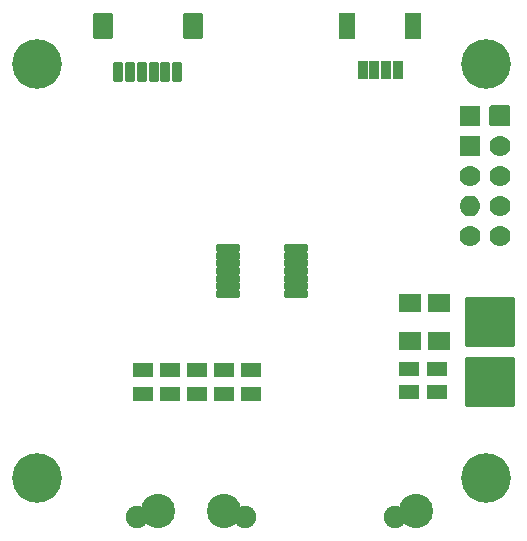
<source format=gbs>
G04 Layer: BottomSolderMaskLayer*
G04 EasyEDA v6.5.42, 2024-06-19 17:53:58*
G04 0aa094f9eb354ad99160228faad6b286,7c1e8d740ba24e6f83eb2d53d3341807,10*
G04 Gerber Generator version 0.2*
G04 Scale: 100 percent, Rotated: No, Reflected: No *
G04 Dimensions in millimeters *
G04 leading zeros omitted , absolute positions ,4 integer and 5 decimal *
%FSLAX45Y45*%
%MOMM*%

%AMMACRO1*4,1,4,-0.7017,-1.1016,-0.7017,1.1016,0.7017,1.1016,0.7017,-1.1016,-0.7017,-1.1016,0*%
%AMMACRO2*4,1,4,-0.4017,-0.7765,-0.4017,0.7765,0.4017,0.7765,0.4017,-0.7765,-0.4017,-0.7765,0*%
%AMMACRO3*1,1,$1,$2,$3*1,1,$1,$4,$5*1,1,$1,0-$2,0-$3*1,1,$1,0-$4,0-$5*20,1,$1,$2,$3,$4,$5,0*20,1,$1,$4,$5,0-$2,0-$3,0*20,1,$1,0-$2,0-$3,0-$4,0-$5,0*20,1,$1,0-$4,0-$5,$2,$3,0*4,1,4,$2,$3,$4,$5,0-$2,0-$3,0-$4,0-$5,$2,$3,0*%
%ADD10MACRO1*%
%ADD11MACRO2*%
%ADD12MACRO3,0.2032X-0.3X-0.775X0.3X-0.775*%
%ADD13MACRO3,0.2032X-0.75X-1X0.75X-1*%
%ADD14MACRO3,0.2032X-0.9017X-0.2032X0.9017X-0.2032*%
%ADD15R,1.7532X1.2032*%
%ADD16R,1.8296X1.5866*%
%ADD17C,1.7780*%
%ADD18O,1.778X1.778*%
%ADD19R,1.7780X1.7780*%
%ADD20MACRO3,0.2032X0.7874X0.7874X0.7874X-0.7874*%
%ADD21MACRO3,0.2032X2X2X2X-2*%
%ADD22C,2.9032*%
%ADD23C,1.9032*%
%ADD24C,4.2016*%

%LPD*%
D10*
G01*
X723303Y2069287D03*
G01*
X1283296Y2069287D03*
D11*
G01*
X853300Y1701800D03*
G01*
X953300Y1701800D03*
G01*
X1053299Y1701800D03*
G01*
X1153299Y1701800D03*
D12*
G01*
X-1215194Y1685848D03*
G01*
X-1115194Y1685848D03*
G01*
X-1015194Y1685848D03*
G01*
X-915195Y1685848D03*
G01*
X-815195Y1685848D03*
G01*
X-715195Y1685848D03*
D13*
G01*
X-585204Y2073348D03*
G01*
X-1345192Y2073348D03*
D14*
G01*
X289559Y-195000D03*
G01*
X289559Y-129999D03*
G01*
X289559Y-64998D03*
G01*
X289559Y0D03*
G01*
X289559Y65001D03*
G01*
X289559Y129999D03*
G01*
X289559Y195000D03*
G01*
X-289559Y195000D03*
G01*
X-289559Y129999D03*
G01*
X-289559Y65001D03*
G01*
X-289559Y0D03*
G01*
X-289559Y-64998D03*
G01*
X-289559Y-129999D03*
G01*
X-289559Y-195000D03*
D15*
G01*
X-1003300Y-839800D03*
G01*
X-1003300Y-1039799D03*
G01*
X-774700Y-839800D03*
G01*
X-774700Y-1039799D03*
G01*
X-546100Y-839800D03*
G01*
X-546100Y-1039799D03*
G01*
X-317500Y-839800D03*
G01*
X-317500Y-1039799D03*
G01*
X-88900Y-839800D03*
G01*
X-88900Y-1039799D03*
G01*
X1244600Y-827100D03*
G01*
X1244600Y-1027099D03*
D16*
G01*
X1257300Y-591057D03*
G01*
X1257300Y-272542D03*
G01*
X1498600Y-591057D03*
G01*
X1498600Y-272542D03*
D15*
G01*
X1485900Y-827100D03*
G01*
X1485900Y-1027099D03*
D17*
G01*
X1765300Y292100D03*
G01*
X2019300Y292100D03*
D18*
G01*
X1765300Y546100D03*
D17*
G01*
X1765300Y800100D03*
D19*
G01*
X1765300Y1054100D03*
G01*
X1765300Y1308100D03*
D20*
G01*
X2019300Y1308100D03*
D17*
G01*
X2019300Y1054100D03*
G01*
X2019300Y800100D03*
G01*
X2019300Y546100D03*
D21*
G01*
X1930400Y-939800D03*
G01*
X1930400Y-431800D03*
D22*
G01*
X-876300Y-2032000D03*
G01*
X-317500Y-2032000D03*
G01*
X1308100Y-2032000D03*
D23*
G01*
X-1054100Y-2082495D03*
G01*
X1130300Y-2082800D03*
G01*
X-143027Y-2082520D03*
D24*
G01*
X1899996Y1749983D03*
G01*
X-1899996Y1749983D03*
G01*
X-1899996Y-1750009D03*
G01*
X1899996Y-1750009D03*
M02*

</source>
